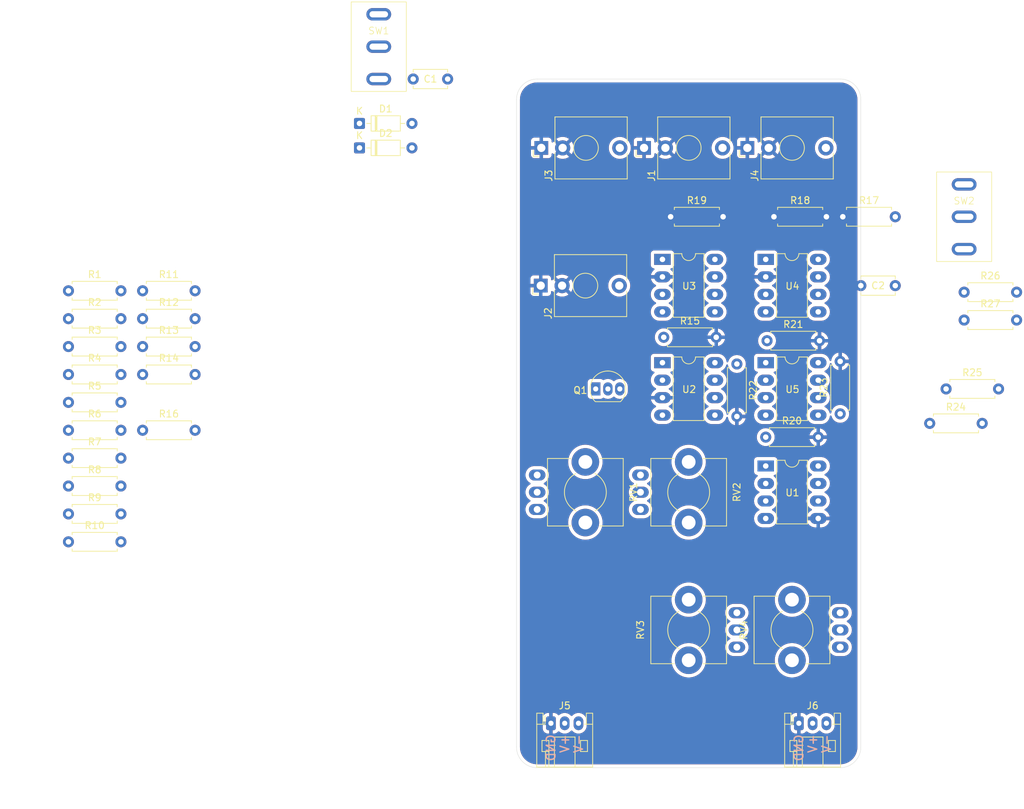
<source format=kicad_pcb>
(kicad_pcb (version 20241229) (generator "pcbnew") (generator_version "9.0")
  (title_block (title "VCF") (date "2025-06-15") (rev "1-0"))
  (layers (0 "F.Cu" signal) (2 "B.Cu" signal) (13 "F.Paste" user) (15 "B.Paste" user) (5 "F.SilkS" user "F.Silkscreen") (7 "B.SilkS" user "B.Silkscreen") (1 "F.Mask" user) (3 "B.Mask" user) (25 "Edge.Cuts" user))
  (net 0 "")
  (net 1 "Net-(U5A-+)")
  (net 2 "Net-(SW1-B)")
  (net 3 "Net-(U5B-+)")
  (net 4 "Net-(C2-Pad1)")
  (net 5 "Net-(D1-K)")
  (net 6 "Net-(D1-A)")
  (net 7 "Net-(D2-A)")
  (net 8 "GND")
  (net 9 "Net-(J1-PadT)")
  (net 10 "Net-(J2-PadT)")
  (net 11 "Net-(J3-PadT)")
  (net 12 "Net-(SW2-B)")
  (net 13 "VSS")
  (net 14 "VDD")
  (net 15 "Net-(Q1-C)")
  (net 16 "Net-(Q1-B)")
  (net 17 "Net-(Q1-E)")
  (net 18 "Net-(U1A-+)")
  (net 19 "Net-(U1B--)")
  (net 20 "Net-(R3-Pad1)")
  (net 21 "Net-(R4-Pad1)")
  (net 22 "Net-(R5-Pad2)")
  (net 23 "Net-(R6-Pad2)")
  (net 24 "Net-(R7-Pad2)")
  (net 25 "Net-(R9-Pad1)")
  (net 26 "Net-(U3-+)")
  (net 27 "Net-(R11-Pad2)")
  (net 28 "Net-(U3-Set)")
  (net 29 "Net-(U4-+)")
  (net 30 "Net-(U4-Set)")
  (net 31 "Net-(U5A--)")
  (net 32 "Net-(U5B--)")
  (net 33 "Net-(R24-Pad1)")
  (net 34 "Net-(R25-Pad1)")
  (net 35 "Net-(SW2-A)")
  (net 36 "Net-(SW2-C)")
  (net 37 "Net-(U1A--)")
  (footprint "HackSynth:R_Axial_DIN0207_L6.3mm_D2.5mm_P7.62mm_Horizontal" (layer "F.Cu") (at 70.71 101)
    (property "Reference" "R16" (at 3.81 -2.37 0) (layer "F.SilkS"))
    (property "Value" "110k")
    (pad "1" thru_hole circle (at 0 0) (size 1.6 1.6) (drill 0.8) (layers "*.Cu" "*.Mask") (net 15 "Net-(Q1-C)"))
    (pad "2" thru_hole oval (at 7.62 0) (size 1.6 1.6) (drill 0.8) (layers "*.Cu" "*.Mask") (net 28 "Net-(U3-Set)"))
  )
  (footprint "HackSynth:R_Axial_DIN0207_L6.3mm_D2.5mm_P7.62mm_Horizontal" (layer "F.Cu") (at 161.38 88)
    (property "Reference" "R21" (at 3.81 -2.37 0) (layer "F.SilkS"))
    (property "Value" "100k")
    (pad "1" thru_hole circle (at 0 0) (size 1.6 1.6) (drill 0.8) (layers "*.Cu" "*.Mask") (net 3 "Net-(U5B-+)"))
    (pad "2" thru_hole oval (at 7.62 0) (size 1.6 1.6) (drill 0.8) (layers "*.Cu" "*.Mask") (net 8 "GND"))
  )
  (footprint "HackSynth:R_Axial_DIN0207_L6.3mm_D2.5mm_P7.62mm_Horizontal" (layer "F.Cu") (at 70.71 92.9)
    (property "Reference" "R14" (at 3.81 -2.37 0) (layer "F.SilkS"))
    (property "Value" "47k")
    (pad "1" thru_hole circle (at 0 0) (size 1.6 1.6) (drill 0.8) (layers "*.Cu" "*.Mask") (net 4 "Net-(C2-Pad1)"))
    (pad "2" thru_hole oval (at 7.62 0) (size 1.6 1.6) (drill 0.8) (layers "*.Cu" "*.Mask") (net 26 "Net-(U3-+)"))
  )
  (footprint "HackSynth:Jack_3.5mm" (layer "F.Cu") (at 135.080001 60 -90)
    (property "Reference" "J3" (at 4.03 5.4 90) (layer "F.SilkS"))
    (property "Value" "IN")
    (pad "G" thru_hole rect (at 0 6.48 270) (size 2 2) (drill 1.2) (layers "*.Cu" "*.Mask") (net 8 "GND"))
    (pad "S" thru_hole circle (at 0 3.38 270) (size 2.2 2.2) (drill 1.2) (layers "*.Cu" "*.Mask") (net 8 "GND"))
    (pad "T" thru_hole circle (at 0 -4.919999 270) (size 2.2 2.2) (drill 1.2) (layers "*.Cu" "*.Mask") (net 11 "Net-(J3-PadT)"))
    (zone (net 0) (net_name "") (layer "F.Cu") (connect_pads (clearance 0)) (min_thickness 0.254)
      (keepout (tracks not_allowed) (vias not_allowed) (pads not_allowed) (copperpour not_allowed) (footprints not_allowed))
      (fill (thermal_gap 0.508) (thermal_bridge_width 0.508))
      (polygon (pts (xy 135.080001 58.49486) (xy 134.834172 58.51507) (xy 134.594946 58.575159) (xy 134.368745 58.673514) (xy 134.161645 58.807492) (xy 133.979211 58.973496) (xy 133.826337 59.167068) (xy 133.707132 59.383008) (xy 133.624795 59.615518) (xy 133.58154 59.858354) (xy 133.578526 60.104993) (xy 133.615836 60.348813) (xy 133.692467 60.583266) (xy 133.806361 60.802054) (xy 133.95446 60.999303) (xy 134.132785 61.169714) (xy 134.336549 61.308712) (xy 134.560279 61.412565) (xy 134.797966 61.478481) (xy 135.043227 61.504692) (xy 135.289476 61.490493) (xy 135.5301 61.436265) (xy 135.758635 61.343468) (xy 135.968946 61.214589) (xy 136.155382 61.053092) (xy 136.31294 60.863313) (xy 136.437386 60.65035) (xy 136.525378 60.419921) (xy 136.574555 60.178215) (xy 136.583593 59.931722) (xy 136.552251 59.687064) (xy 136.481371 59.450809) (xy 136.372857 59.229303) (xy 136.229622 59.028495) (xy 136.055513 58.853777) (xy 135.855206 58.709842) (xy 135.63408 58.600555) (xy 135.398075 58.528851) (xy 135.153527 58.496656)))
    )
  )
  (footprint "HackSynth:JST_PH_S3B-PH-K_1x03_P2.00mm_Horizontal" (layer "F.Cu") (at 166 143.55)
    (property "Reference" "J6" (at 2 -2.55 0) (layer "F.SilkS"))
    (property "Value" "Conn_01x03")
    (fp_text user "-V" (at 4 1.5 90) (layer "B.SilkS") (effects (font (size 1.27 1.27) (thickness 0.2)) (justify left mirror)))
    (fp_text user "GND" (at 0 1.5 90) (layer "B.SilkS") (effects (font (size 1.27 1.27) (thickness 0.2)) (justify left mirror)))
    (fp_text user "+V" (at 2 1.5 90) (layer "B.SilkS") (effects (font (size 1.27 1.27) (thickness 0.2)) (justify left mirror)))
    (pad "1" thru_hole roundrect (at 0 0) (size 1.4 2) (drill 0.75) (layers "*.Cu" "*.Mask") (roundrect_rratio 0.208333) (net 8 "GND"))
    (pad "2" thru_hole oval (at 2 0) (size 1.4 2) (drill 0.75) (layers "*.Cu" "*.Mask") (net 14 "VDD"))
    (pad "3" thru_hole oval (at 4 0) (size 1.4 2) (drill 0.75) (layers "*.Cu" "*.Mask") (net 13 "VSS"))
  )
  (footprint "HackSynth:R_Axial_DIN0207_L6.3mm_D2.5mm_P7.62mm_Horizontal" (layer "F.Cu") (at 161.19 102)
    (property "Reference" "R20" (at 3.81 -2.37 0) (layer "F.SilkS"))
    (property "Value" "100k")
    (pad "1" thru_hole circle (at 0 0) (size 1.6 1.6) (drill 0.8) (layers "*.Cu" "*.Mask") (net 1 "Net-(U5A-+)"))
    (pad "2" thru_hole oval (at 7.62 0) (size 1.6 1.6) (drill 0.8) (layers "*.Cu" "*.Mask") (net 8 "GND"))
  )
  (footprint "HackSynth:R_Axial_DIN0207_L6.3mm_D2.5mm_P7.62mm_Horizontal" (layer "F.Cu") (at 70.71 84.8)
    (property "Reference" "R12" (at 3.81 -2.37 0) (layer "F.SilkS"))
    (property "Value" "470R")
    (pad "1" thru_hole circle (at 0 0) (size 1.6 1.6) (drill 0.8) (layers "*.Cu" "*.Mask") (net 6 "Net-(D1-A)"))
    (pad "2" thru_hole oval (at 7.62 0) (size 1.6 1.6) (drill 0.8) (layers "*.Cu" "*.Mask") (net 27 "Net-(R11-Pad2)"))
  )
  (footprint "HackSynth:DIP-8_W7.62mm_LongPads" (layer "F.Cu") (at 150 80)
    (property "Reference" "U3" (at 0.065 0.07 0) (layer "F.SilkS"))
    (property "Value" "UA776")
    (pad "1" thru_hole rect (at -3.81 -3.81) (size 2.4 1.6) (drill 0.8) (layers "*.Cu" "*.Mask"))
    (pad "2" thru_hole oval (at -3.81 -1.27) (size 2.4 1.6) (drill 0.8) (layers "*.Cu" "*.Mask") (net 8 "GND"))
    (pad "3" thru_hole oval (at -3.81 1.27) (size 2.4 1.6) (drill 0.8) (layers "*.Cu" "*.Mask") (net 26 "Net-(U3-+)"))
    (pad "4" thru_hole oval (at -3.81 3.81) (size 2.4 1.6) (drill 0.8) (layers "*.Cu" "*.Mask") (net 13 "VSS"))
    (pad "5" thru_hole oval (at 3.81 3.81) (size 2.4 1.6) (drill 0.8) (layers "*.Cu" "*.Mask"))
    (pad "6" thru_hole oval (at 3.81 1.27) (size 2.4 1.6) (drill 0.8) (layers "*.Cu" "*.Mask") (net 2 "Net-(SW1-B)"))
    (pad "7" thru_hole oval (at 3.81 -1.27) (size 2.4 1.6) (drill 0.8) (layers "*.Cu" "*.Mask") (net 14 "VDD"))
    (pad "8" thru_hole oval (at 3.81 -3.81) (size 2.4 1.6) (drill 0.8) (layers "*.Cu" "*.Mask") (net 28 "Net-(U3-Set)"))
  )
  (footprint "HackSynth:Potentiometer_Alps_RK09K_Horizontal" (layer "F.Cu") (at 165 130 90)
    (property "Reference" "RV4" (at 0 -6.999999 90) (layer "F.SilkS"))
    (property "Value" "RES 100K")
    (pad "" np_thru_hole circle (at -4.4 0 180) (size 4 4) (drill 2) (layers "*.Cu" "*.Mask"))
    (pad "" np_thru_hole circle (at 4.4 0 180) (size 4 4) (drill 2) (layers "*.Cu" "*.Mask"))
    (pad "1" thru_hole oval (at 2.500001 7 180) (size 2.4 1.6) (drill 1) (layers "*.Cu" "*.Mask") (net 2 "Net-(SW1-B)"))
    (pad "2" thru_hole oval (at 0 6.999999 180) (size 2.4 1.6) (drill 1) (layers "*.Cu" "*.Mask") (net 27 "Net-(R11-Pad2)"))
    (pad "3" thru_hole oval (at -2.500001 7 180) (size 2.4 1.6) (drill 1) (layers "*.Cu" "*.Mask") (net 25 "Net-(R9-Pad1)"))
  )
  (footprint "HackSynth:D_DO-35_SOD27_P7.62mm_Horizontal" (layer "F.Cu") (at 102.2 60)
    (property "Reference" "D2" (at 3.81 -2.12 0) (layer "F.SilkS"))
    (property "Value" "1N4148")
    (fp_text user "K" (at 0 -1.8 0) (layer "F.SilkS"))
    (pad "1" thru_hole roundrect (at 0 0) (size 1.6 1.6) (drill 0.8) (layers "*.Cu" "*.Mask") (roundrect_rratio 0.15625) (net 6 "Net-(D1-A)"))
    (pad "2" thru_hole circle (at 7.62 0) (size 1.6 1.6) (drill 0.8) (layers "*.Cu" "*.Mask") (net 7 "Net-(D2-A)"))
  )
  (footprint "HackSynth:R_Axial_DIN0207_L6.3mm_D2.5mm_P7.62mm_Horizontal" (layer "F.Cu") (at 59.94 105.05)
    (property "Reference" "R7" (at 3.81 -2.37 0) (layer "F.SilkS"))
    (property "Value" "470k")
    (pad "1" thru_hole circle (at 0 0) (size 1.6 1.6) (drill 0.8) (layers "*.Cu" "*.Mask") (net 16 "Net-(Q1-B)"))
    (pad "2" thru_hole oval (at 7.62 0) (size 1.6 1.6) (drill 0.8) (layers "*.Cu" "*.Mask") (net 24 "Net-(R7-Pad2)"))
  )
  (footprint "HackSynth:Switch SPDT - MTS-102" (layer "F.Cu") (at 105 45.3)
    (property "Reference" "SW1" (at 0 -2.3 0) (layer "F.SilkS") (effects (font (thickness 0.1))))
    (property "Value" "SW_SPDT" (hide yes))
    (pad "1" thru_hole oval (at 0 -4.7) (size 3.6 1.8) (drill oval 2.7 0.9) (layers "*.Cu" "*.Mask") (net 5 "Net-(D1-K)"))
    (pad "2" thru_hole oval (at 0 0) (size 3.6 1.8) (drill oval 2.7 0.9) (layers "*.Cu" "*.Mask") (net 2 "Net-(SW1-B)"))
    (pad "3" thru_hole oval (at 0 4.7) (size 3.6 1.8) (drill oval 2.7 0.9) (layers "*.Cu" "*.Mask") (net 7 "Net-(D2-A)"))
  )
  (footprint "HackSynth:Module 50x100mm" (layer "F.Cu") (at 150 100)
    (property "Reference" "REF**" (hide yes))
    (property "Value" "Untitled" (hide yes))
    (fp_line (start -24.999999 -47) (end -25 47) (stroke (width 0.05)) (layer "Edge.Cuts"))
    (fp_line (start -21.999999 49.999999) (end 22 50) (stroke (width 0.05)) (layer "Edge.Cuts"))
    (fp_line (start 22 -50) (end -21.999999 -50) (stroke (width 0.05)) (layer "Edge.Cuts"))
    (fp_line (start 25 47) (end 25 -47) (stroke (width 0.05)) (layer "Edge.Cuts"))
    (fp_arc (start -25 -47) (mid -24.12132 -49.12132) (end -22 -50) (stroke (width 0.05)) (layer "Edge.Cuts"))
    (fp_arc (start -22 50) (mid -24.12132 49.12132) (end -25 47) (stroke (width 0.05)) (layer "Edge.Cuts"))
    (fp_arc (start 22 -50) (mid 24.12132 -49.12132) (end 25 -47) (stroke (width 0.05)) (layer "Edge.Cuts"))
    (fp_arc (start 25 47) (mid 24.12132 49.12132) (end 22 50) (stroke (width 0.05)) (layer "Edge.Cuts"))
  )
  (footprint "HackSynth:Potentiometer_Alps_RK09K_Horizontal" (layer "F.Cu") (at 150 130 90)
    (property "Reference" "RV3" (at 0 -6.999999 90) (layer "F.SilkS"))
    (property "Value" "FREQ 100k")
    (pad "" np_thru_hole circle (at -4.4 0 180) (size 4 4) (drill 2) (layers "*.Cu" "*.Mask"))
    (pad "" np_thru_hole circle (at 4.4 0 180) (size 4 4) (drill 2) (layers "*.Cu" "*.Mask"))
    (pad "1" thru_hole oval (at 2.500001 7 180) (size 2.4 1.6) (drill 1) (layers "*.Cu" "*.Mask") (net 21 "Net-(R4-Pad1)"))
    (pad "2" thru_hole oval (at 0 6.999999 180) (size 2.4 1.6) (drill 1) (layers "*.Cu" "*.Mask") (net 24 "Net-(R7-Pad2)"))
    (pad "3" thru_hole oval (at -2.500001 7 180) (size 2.4 1.6) (drill 1) (layers "*.Cu" "*.Mask") (net 14 "VDD"))
  )
  (footprint "HackSynth:Potentiometer_Alps_RK09K_Horizontal" (layer "F.Cu") (at 150 110 -90)
    (property "Reference" "RV2" (at 0 -6.999999 90) (layer "F.SilkS"))
    (property "Value" "FM 100k")
    (pad "" np_thru_hole circle (at -4.4 0) (size 4 4) (drill 2) (layers "*.Cu" "*.Mask"))
    (pad "" np_thru_hole circle (at 4.4 0) (size 4 4) (drill 2) (layers "*.Cu" "*.Mask"))
    (pad "1" thru_hole oval (at 2.500001 7) (size 2.4 1.6) (drill 1) (layers "*.Cu" "*.Mask") (net 20 "Net-(R3-Pad1)"))
    (pad "2" thru_hole oval (at 0 6.999999) (size 2.4 1.6) (drill 1) (layers "*.Cu" "*.Mask") (net 23 "Net-(R6-Pad2)"))
    (pad "3" thru_hole oval (at -2.500001 7) (size 2.4 1.6) (drill 1) (layers "*.Cu" "*.Mask") (net 37 "Net-(U1A--)"))
  )
  (footprint "HackSynth:JST_PH_S3B-PH-K_1x03_P2.00mm_Horizontal" (layer "F.Cu") (at 130 143.55)
    (property "Reference" "J5" (at 2 -2.55 0) (layer "F.SilkS"))
    (property "Value" "Conn_01x03")
    (fp_text user "+V" (at 2 1.5 90) (layer "B.SilkS") (effects (font (size 1.27 1.27) (thickness 0.2)) (justify left mirror)))
    (fp_text user "GND" (at 0 1.5 90) (layer "B.SilkS") (effects (font (size 1.27 1.27) (thickness 0.2)) (justify left mirror)))
    (fp_text user "-V" (at 4 1.5 90) (layer "B.SilkS") (effects (font (size 1.27 1.27) (thickness 0.2)) (justify left mirror)))
    (pad "1" thru_hole roundrect (at 0 0) (size 1.4 2) (drill 0.75) (layers "*.Cu" "*.Mask") (roundrect_rratio 0.208333) (net 8 "GND"))
    (pad "2" thru_hole oval (at 2 0) (size 1.4 2) (drill 0.75) (layers "*.Cu" "*.Mask") (net 14 "VDD"))
    (pad "3" thru_hole oval (at 4 0) (size 1.4 2) (drill 0.75) (layers "*.Cu" "*.Mask") (net 13 "VSS"))
  )
  (footprint "HackSynth:Jack_3.5mm" (layer "F.Cu") (at 150 60 -90)
    (property "Reference" "J1" (at 4.03 5.4 90) (layer "F.SilkS"))
    (property "Value" "FM")
    (pad "G" thru_hole rect (at 0 6.48 270) (size 2 2) (drill 1.2) (layers "*.Cu" "*.Mask") (net 8 "GND"))
    (pad "S" thru_hole circle (at 0 3.38 270) (size 2.2 2.2) (drill 1.2) (layers "*.Cu" "*.Mask") (net 8 "GND"))
    (pad "T" thru_hole circle (at 0 -4.919999 270) (size 2.2 2.2) (drill 1.2) (layers "*.Cu" "*.Mask") (net 9 "Net-(J1-PadT)"))
    (zone (net 0) (net_name "") (layer "F.Cu") (connect_pads (clearance 0)) (min_thickness 0.254)
      (keepout (tracks not_allowed) (vias not_allowed) (pads not_allowed) (copperpour not_allowed) (footprints not_allowed))
      (fill (thermal_gap 0.508) (thermal_bridge_width 0.508))
      (polygon (pts (xy 150 58.49486) (xy 149.754171 58.51507) (xy 149.514945 58.575159) (xy 149.288744 58.673514) (xy 149.081644 58.807492) (xy 148.89921 58.973496) (xy 148.746336 59.167068) (xy 148.627131 59.383008) (xy 148.544794 59.615518) (xy 148.501539 59.858354) (xy 148.498525 60.104993) (xy 148.535835 60.348813) (xy 148.612466 60.583266) (xy 148.72636 60.802054) (xy 148.874459 60.999303) (xy 149.052784 61.169714) (xy 149.256548 61.308712) (xy 149.480278 61.412565) (xy 149.717965 61.478481) (xy 149.963226 61.504692) (xy 150.209475 61.490493) (xy 150.450099 61.436265) (xy 150.678634 61.343468) (xy 150.888945 61.214589) (xy 151.075381 61.053092) (xy 151.232939 60.863313) (xy 151.357385 60.65035) (xy 151.445377 60.419921) (xy 151.494554 60.178215) (xy 151.503592 59.931722) (xy 151.47225 59.687064) (xy 151.40137 59.450809) (xy 151.292856 59.229303) (xy 151.149621 59.028495) (xy 150.975512 58.853777) (xy 150.775205 58.709842) (xy 150.554079 58.600555) (xy 150.318074 58.528851) (xy 150.073526 58.496656)))
    )
  )
  (footprint "HackSynth:Potentiometer_Alps_RK09K_Horizontal" (layer "F.Cu") (at 135 110 -90)
    (property "Reference" "RV1" (at 0 -6.999999 90) (layer "F.SilkS"))
    (property "Value" "100k")
    (pad "" np_thru_hole circle (at -4.4 0) (size 4 4) (drill 2) (layers "*.Cu" "*.Mask"))
    (pad "" np_thru_hole circle (at 4.4 0) (size 4 4) (drill 2) (layers "*.Cu" "*.Mask"))
    (pad "1" thru_hole oval (at 2.500001 7) (size 2.4 1.6) (drill 1) (layers "*.Cu" "*.Mask") (net 22 "Net-(R5-Pad2)"))
    (pad "2" thru_hole oval (at 0 6.999999) (size 2.4 1.6) (drill 1) (layers "*.Cu" "*.Mask") (net 10 "Net-(J2-PadT)"))
    (pad "3" thru_hole oval (at -2.500001 7) (size 2.4 1.6) (drill 1) (layers "*.Cu" "*.Mask") (net 10 "Net-(J2-PadT)"))
  )
  (footprint "HackSynth:R_Axial_DIN0207_L6.3mm_D2.5mm_P7.62mm_Horizontal" (layer "F.Cu") (at 185 100)
    (property "Reference" "R24" (at 3.81 -2.37 0) (layer "F.SilkS"))
    (property "Value" "100k")
    (pad "1" thru_hole circle (at 0 0) (size 1.6 1.6) (drill 0.8) (layers "*.Cu" "*.Mask") (net 33 "Net-(R24-Pad1)"))
    (pad "2" thru_hole oval (at 7.62 0) (size 1.6 1.6) (drill 0.8) (layers "*.Cu" "*.Mask") (net 31 "Net-(U5A--)"))
  )
  (footprint "HackSynth:C_Ceramic_D4.5mm_P5.00mm" (layer "F.Cu") (at 110 50)
    (property "Reference" "C1" (at 2.5 0.000001 0) (layer "F.SilkS"))
    (property "Value" "1uF")
    (pad "1" thru_hole circle (at 0 0) (size 1.6 1.6) (drill 0.8) (layers "*.Cu" "*.Mask") (net 2 "Net-(SW1-B)"))
    (pad "2" thru_hole circle (at 5 0) (size 1.6 1.6) (drill 0.8) (layers "*.Cu" "*.Mask") (net 1 "Net-(U5A-+)"))
  )
  (footprint "HackSynth:R_Axial_DIN0207_L6.3mm_D2.5mm_P7.62mm_Horizontal" (layer "F.Cu") (at 157 91.38 -90)
    (property "Reference" "R22" (at 3.81 -2.37 90) (layer "F.SilkS"))
    (property "Value" "10k")
    (pad "1" thru_hole circle (at 0 0 270) (size 1.6 1.6) (drill 0.8) (layers "*.Cu" "*.Mask") (net 31 "Net-(U5A--)"))
    (pad "2" thru_hole oval (at 7.62 0 270) (size 1.6 1.6) (drill 0.8) (layers "*.Cu" "*.Mask") (net 8 "GND"))
  )
  (footprint "HackSynth:Switch SPDT - MTS-102" (layer "F.Cu") (at 190 70)
    (property "Reference" "SW2" (at 0 -2.3 0) (layer "F.SilkS") (effects (font (thickness 0.1))))
    (property "Value" "SW_SPDT" (hide yes))
    (pad "1" thru_hole oval (at 0 -4.7) (size 3.6 1.8) (drill oval 2.7 0.9) (layers "*.Cu" "*.Mask") (net 35 "Net-(SW2-A)"))
    (pad "2" thru_hole oval (at 0 0) (size 3.6 1.8) (drill oval 2.7 0.9) (layers "*.Cu" "*.Mask") (net 12 "Net-(SW2-B)"))
    (pad "3" thru_hole oval (at 0 4.7) (size 3.6 1.8) (drill oval 2.7 0.9) (layers "*.Cu" "*.Mask") (net 36 "Net-(SW2-C)"))
  )
  (footprint "HackSynth:R_Axial_DIN0207_L6.3mm_D2.5mm_P7.62mm_Horizontal" (layer "F.Cu") (at 70.71 88.85)
    (property "Reference" "R13" (at 3.81 -2.37 0) (layer "F.SilkS"))
    (property "Value" "3k")
    (pad "1" thru_hole circle (at 0 0) (size 1.6 1.6) (drill 0.8) (layers "*.Cu" "*.Mask") (net 16 "Net-(Q1-B)"))
    (pad "2" thru_hole oval (at 7.62 0) (size 1.6 1.6) (drill 0.8) (layers "*.Cu" "*.Mask") (net 17 "Net-(Q1-E)"))
  )
  (footprint "HackSynth:R_Axial_DIN0207_L6.3mm_D2.5mm_P7.62mm_Horizontal" (layer "F.Cu") (at 59.94 101)
    (property "Reference" "R6" (at 3.81 -2.37 0) (layer "F.SilkS"))
    (property "Value" "100k")
    (pad "1" thru_hole circle (at 0 0) (size 1.6 1.6) (drill 0.8) (layers "*.Cu" "*.Mask") (net 16 "Net-(Q1-B)"))
    (pad "2" thru_hole oval (at 7.62 0) (size 1.6 1.6) (drill 0.8) (layers "*.Cu" "*.Mask") (net 23 "Net-(R6-Pad2)"))
  )
  (footprint "HackSynth:R_Axial_DIN0207_L6.3mm_D2.5mm_P7.62mm_Horizontal" (layer "F.Cu") (at 59.94 117.2)
    (property "Reference" "R10" (at 3.81 -2.37 0) (layer "F.SilkS"))
    (property "Value" "470k")
    (pad "1" thru_hole circle (at 0 0) (size 1.6 1.6) (drill 0.8) (layers "*.Cu" "*.Mask") (net 26 "Net-(U3-+)"))
    (pad "2" thru_hole oval (at 7.62 0) (size 1.6 1.6) (drill 0.8) (layers "*.Cu" "*.Mask") (net 11 "Net-(J3-PadT)"))
  )
  (footprint "HackSynth:R_Axial_DIN0207_L6.3mm_D2.5mm_P7.62mm_Horizontal" (layer "F.Cu") (at 147.38 70)
    (property "Reference" "R19" (at 3.81 -2.37 0) (layer "F.SilkS"))
    (property "Value" "110k")
    (pad "1" thru_hole circle (at 0 0) (size 1.6 1.6) (drill 0.8) (layers "*.Cu" "*.Mask") (net 15 "Net-(Q1-C)"))
    (pad "2" thru_hole oval (at 7.62 0) (size 1.6 1.6) (drill 0.8) (layers "*.Cu" "*.Mask") (net 30 "Net-(U4-Set)"))
  )
  (footprint "HackSynth:R_Axial_DIN0207_L6.3mm_D2.5mm_P7.62mm_Horizontal" (layer "F.Cu") (at 190 80.95)
    (property "Reference" "R26" (at 3.81 -2.37 0) (layer "F.SilkS"))
    (property "Value" "1k")
    (pad "1" thru_hole circle (at 0 0) (size 1.6 1.6) (drill 0.8) (layers "*.Cu" "*.Mask") (net 33 "Net-(R24-Pad1)"))
    (pad "2" thru_hole oval (at 7.62 0) (size 1.6 1.6) (drill 0.8) (layers "*.Cu" "*.Mask") (net 35 "Net-(SW2-A)"))
  )
  (footprint "HackSynth:R_Axial_DIN0207_L6.3mm_D2.5mm_P7.62mm_Horizontal" (layer "F.Cu") (at 59.94 109.1)
    (property "Reference" "R8" (at 3.81 -2.37 0) (layer "F.SilkS"))
    (property "Value" "470k")
    (pad "1" thru_hole circle (at 0 0) (size 1.6 1.6) (drill 0.8) (layers "*.Cu" "*.Mask") (net 14 "VDD"))
    (pad "2" thru_hole oval (at 7.62 0) (size 1.6 1.6) (drill 0.8) (layers "*.Cu" "*.Mask") (net 16 "Net-(Q1-B)"))
  )
  (footprint "HackSynth:DIP-8_W7.62mm_LongPads" (layer "F.Cu") (at 165 95)
    (property "Reference" "U5" (at 0.065 0.07 0) (layer "F.SilkS"))
    (property "Value" "TL072")
    (pad "1" thru_hole rect (at -3.81 -3.81) (size 2.4 1.6) (drill 0.8) (layers "*.Cu" "*.Mask") (net 33 "Net-(R24-Pad1)"))
    (pad "2" thru_hole oval (at -3.81 -1.27) (size 2.4 1.6) (drill 0.8) (layers "*.Cu" "*.Mask") (net 31 "Net-(U5A--)"))
    (pad "3" thru_hole oval (at -3.81 1.27) (size 2.4 1.6) (drill 0.8) (layers "*.Cu" "*.Mask") (net 1 "Net-(U5A-+)"))
    (pad "4" thru_hole oval (at -3.81 3.81) (size 2.4 1.6) (drill 0.8) (layers "*.Cu" "*.Mask") (net 13 "VSS"))
    (pad "5" thru_hole oval (at 3.81 3.81) (size 2.4 1.6) (drill 0.8) (layers "*.Cu" "*.Mask") (net 3 "Net-(U5B-+)"))
    (pad "6" thru_hole oval (at 3.81 1.27) (size 2.4 1.6) (drill 0.8) (layers "*.Cu" "*.Mask") (net 32 "Net-(U5B--)"))
    (pad "7" thru_hole oval (at 3.81 -1.27) (size 2.4 1.6) (drill 0.8) (layers "*.Cu" "*.Mask") (net 34 "Net-(R25-Pad1)"))
    (pad "8" thru_hole oval (at 3.81 -3.81) (size 2.4 1.6) (drill 0.8) (layers "*.Cu" "*.Mask") (net 14 "VDD"))
  )
  (footprint "HackSynth:R_Axial_DIN0207_L6.3mm_D2.5mm_P7.62mm_Horizontal" (layer "F.Cu") (at 59.94 88.85)
    (property "Reference" "R3" (at 3.81 -2.37 0) (layer "F.SilkS"))
    (property "Value" "100k")
    (pad "1" thru_hole circle (at 0 0) (size 1.6 1.6) (drill 0.8) (layers "*.Cu" "*.Mask") (net 20 "Net-(R3-Pad1)"))
    (pad "2" thru_hole oval (at 7.62 0) (size 1.6 1.6) (drill 0.8) (layers "*.Cu" "*.Mask") (net 19 "Net-(U1B--)"))
  )
  (footprint "HackSynth:R_Axial_DIN0207_L6.3mm_D2.5mm_P7.62mm_Horizontal" (layer "F.Cu") (at 146.38 87.5)
    (property "Reference" "R15" (at 3.81 -2.37 0) (layer "F.SilkS"))
    (property "Value" "1k")
    (pad "1" thru_hole circle (at 0 0) (size 1.6 1.6) (drill 0.8) (layers "*.Cu" "*.Mask") (net 26 "Net-(U3-+)"))
    (pad "2" thru_hole oval (at 7.62 0) (size 1.6 1.6) (drill 0.8) (layers "*.Cu" "*.Mask") (net 8 "GND"))
  )
  (footprint "HackSynth:R_Axial_DIN0207_L6.3mm_D2.5mm_P7.62mm_Horizontal" (layer "F.Cu") (at 162.38 70)
    (property "Reference" "R18" (at 3.81 -2.37 0) (layer "F.SilkS"))
    (property "Value" "1k")
    (pad "1" thru_hole circle (at 0 0) (size 1.6 1.6) (drill 0.8) (layers "*.Cu" "*.Mask") (net 29 "Net-(U4-+)"))
    (pad "2" thru_hole oval (at 7.62 0) (size 1.6 1.6) (drill 0.8) (layers "*.Cu" "*.Mask") (net 8 "GND"))
  )
  (footprint "HackSynth:Jack_3.5mm" (layer "F.Cu") (at 165 60 -90)
    (property "Reference" "J4" (at 4.03 5.4 90) (layer "F.SilkS"))
    (property "Value" "OUT")
    (pad "G" thru_hole rect (at 0 6.48 270) (size 2 2) (drill 1.2) (layers "*.Cu" "*.Mask") (net 8 "GND"))
    (pad "S" thru_hole circle (at 0 3.38 270) (size 2.2 2.2) (drill 1.2) (layers "*.Cu" "*.Mask") (net 8 "GND"))
    (pad "T" thru_hole circle (at 0 -4.919999 270) (size 2.2 2.2) (drill 1.2) (layers "*.Cu" "*.Mask") (net 12 "Net-(SW2-B)"))
    (zone (net 0) (net_name "") (layer "F.Cu") (connect_pads (clearance 0)) (min_thickness 0.254)
      (keepout (tracks not_allowed) (vias not_allowed) (pads not_allowed) (copperpour not_allowed) (footprints not_allowed))
      (fill (thermal_gap 0.508) (thermal_bridge_width 0.508))
      (polygon (pts (xy 165 58.49486) (xy 164.754171 58.51507) (xy 164.514945 58.575159) (xy 164.288744 58.673514) (xy 164.081644 58.807492) (xy 163.89921 58.973496) (xy 163.746336 59.167068) (xy 163.627131 59.383008) (xy 163.544794 59.615518) (xy 163.501539 59.858354) (xy 163.498525 60.104993) (xy 163.535835 60.348813) (xy 163.612466 60.583266) (xy 163.72636 60.802054) (xy 163.874459 60.999303) (xy 164.052784 61.169714) (xy 164.256548 61.308712) (xy 164.480278 61.412565) (xy 164.717965 61.478481) (xy 164.963226 61.504692) (xy 165.209475 61.490493) (xy 165.450099 61.436265) (xy 165.678634 61.343468) (xy 165.888945 61.214589) (xy 166.075381 61.053092) (xy 166.232939 60.863313) (xy 166.357385 60.65035) (xy 166.445377 60.419921) (xy 166.494554 60.178215) (xy 166.503592 59.931722) (xy 166.47225 59.687064) (xy 166.40137 59.450809) (xy 166.292856 59.229303) (xy 166.149621 59.028495) (xy 165.975512 58.853777) (xy 165.775205 58.709842) (xy 165.554079 58.600555) (xy 165.318074 58.528851) (xy 165.073526 58.496656)))
    )
  )
  (footprint "HackSynth:DIP-8_W7.62mm_LongPads" (layer "F.Cu") (at 150 95)
    (property "Reference" "U2" (at 0.065 0.07 0) (layer "F.SilkS"))
    (property "Value" "TL072")
    (pad "1" thru_hole rect (at -3.81 -3.81) (size 2.4 1.6) (drill 0.8) (layers "*.Cu" "*.Mask") (net 17 "Net-(Q1-E)"))
    (pad "2" thru_hole oval (at -3.81 -1.27) (size 2.4 1.6) (drill 0.8) (layers "*.Cu" "*.Mask") (net 16 "Net-(Q1-B)"))
    (pad "3" thru_hole oval (at -3.81 1.27) (size 2.4 1.6) (drill 0.8) (layers "*.Cu" "*.Mask") (net 8 "GND"))
    (pad "4" thru_hole oval (at -3.81 3.81) (size 2.4 1.6) (drill 0.8) (layers "*.Cu" "*.Mask") (net 13 "VSS"))
    (pad "5" thru_hole oval (at 3.81 3.81) (size 2.4 1.6) (drill 0.8) (layers "*.Cu" "*.Mask"))
    (pad "6" thru_hole oval (at 3.81 1.27) (size 2.4 1.6) (drill 0.8) (layers "*.Cu" "*.Mask"))
    (pad "7" thru_hole oval (at 3.81 -1.27) (size 2.4 1.6) (drill 0.8) (layers "*.Cu" "*.Mask"))
    (pad "8" thru_hole oval (at 3.81 -3.81) (size 2.4 1.6) (drill 0.8) (layers "*.Cu" "*.Mask") (net 14 "VDD"))
  )
  (footprint "HackSynth:Jack_3.5mm" (layer "F.Cu") (at 135 80 -90)
    (property "Reference" "J2" (at 4.03 5.4 90) (layer "F.SilkS"))
    (property "Value" "CV")
    (pad "G" thru_hole rect (at 0 6.48 270) (size 2 2) (drill 1.2) (layers "*.Cu" "*.Mask") (net 8 "GND"))
    (pad "S" thru_hole circle (at 0 3.38 270) (size 2.2 2.2) (drill 1.2) (layers "*.Cu" "*.Mask") (net 8 "GND"))
    (pad "T" thru_hole circle (at 0 -4.919999 270) (size 2.2 2.2) (drill 1.2) (layers "*.Cu" "*.Mask") (net 10 "Net-(J2-PadT)"))
    (zone (net 0) (net_name "") (layer "F.Cu") (connect_pads (clearance 0)) (min_thickness 0.254)
      (keepout (tracks not_allowed) (vias not_allowed) (pads not_allowed) (copperpour not_allowed) (footprints not_allowed))
      (fill (thermal_gap 0.508) (thermal_bridge_width 0.508))
      (polygon (pts (xy 135 78.49486) (xy 134.754171 78.51507) (xy 134.514945 78.575159) (xy 134.288744 78.673514) (xy 134.081644 78.807492) (xy 133.89921 78.973496) (xy 133.746336 79.167068) (xy 133.627131 79.383008) (xy 133.544794 79.615518) (xy 133.501539 79.858354) (xy 133.498525 80.104993) (xy 133.535835 80.348813) (xy 133.612466 80.583266) (xy 133.72636 80.802054) (xy 133.874459 80.999303) (xy 134.052784 81.169714) (xy 134.256548 81.308712) (xy 134.480278 81.412565) (xy 134.717965 81.478481) (xy 134.963226 81.504692) (xy 135.209475 81.490493) (xy 135.450099 81.436265) (xy 135.678634 81.343468) (xy 135.888945 81.214589) (xy 136.075381 81.053092) (xy 136.232939 80.863313) (xy 136.357385 80.65035) (xy 136.445377 80.419921) (xy 136.494554 80.178215) (xy 136.503592 79.931722) (xy 136.47225 79.687064) (xy 136.40137 79.450809) (xy 136.292856 79.229303) (xy 136.149621 79.028495) (xy 135.975512 78.853777) (xy 135.775205 78.709842) (xy 135.554079 78.600555) (xy 135.318074 78.528851) (xy 135.073526 78.496656)))
    )
  )
  (footprint "HackSynth:R_Axial_DIN0207_L6.3mm_D2.5mm_P7.62mm_Horizontal" (layer "F.Cu") (at 187.38 95)
    (property "Reference" "R25" (at 3.81 -2.37 0) (layer "F.SilkS"))
    (property "Value" "100k")
    (pad "1" thru_hole circle (at 0 0) (size 1.6 1.6) (drill 0.8) (layers "*.Cu" "*.Mask") (net 34 "Net-(R25-Pad1)"))
    (pad "2" thru_hole oval (at 7.62 0) (size 1.6 1.6) (drill 0.8) (layers "*.Cu" "*.Mask") (net 32 "Net-(U5B--)"))
  )
  (footprint "HackSynth:R_Axial_DIN0207_L6.3mm_D2.5mm_P7.62mm_Horizontal" (layer "F.Cu") (at 59.94 92.9)
    (property "Reference" "R4" (at 3.81 -2.37 0) (layer "F.SilkS"))
    (property "Value" "47k")
    (pad "1" thru_hole circle (at 0 0) (size 1.6 1.6) (drill 0.8) (layers "*.Cu" "*.Mask") (net 21 "Net-(R4-Pad1)"))
    (pad "2" thru_hole oval (at 7.62 0) (size 1.6 1.6) (drill 0.8) (layers "*.Cu" "*.Mask") (net 13 "VSS"))
  )
  (footprint "HackSynth:R_Axial_DIN0207_L6.3mm_D2.5mm_P7.62mm_Horizontal" (layer "F.Cu") (at 172.38 70)
    (property "Reference" "R17" (at 3.81 -2.37 0) (layer "F.SilkS"))
    (property "Value" "47k")
    (pad "1" thru_hole circle (at 0 0) (size 1.6 1.6) (drill 0.8) (layers "*.Cu" "*.Mask") (net 29 "Net-(U4-+)"))
    (pad "2" thru_hole oval (at 7.62 0) (size 1.6 1.6) (drill 0.8) (layers "*.Cu" "*.Mask") (net 2 "Net-(SW1-B)"))
  )
  (footprint "HackSynth:R_Axial_DIN0207_L6.3mm_D2.5mm_P7.62mm_Horizontal" (layer "F.Cu") (at 172 98.62 90)
    (property "Reference" "R23" (at 3.81 -2.37 90) (layer "F.SilkS"))
    (property "Value" "10k")
    (pad "1" thru_hole circle (at 0 0 90) (size 1.6 1.6) (drill 0.8) (layers "*.Cu" "*.Mask") (net 32 "Net-(U5B--)"))
    (pad "2" thru_hole oval (at 7.62 0 90) (size 1.6 1.6) (drill 0.8) (layers "*.Cu" "*.Mask") (net 8 "GND"))
  )
  (footprint "HackSynth:R_Axial_DIN0207_L6.3mm_D2.5mm_P7.62mm_Horizontal" (layer "F.Cu") (at 59.94 80.75)
    (property "Reference" "R1" (at 3.81 -2.37 0) (layer "F.SilkS"))
    (property "Value" "10k")
    (pad "1" thru_hole circle (at 0 0) (size 1.6 1.6) (drill 0.8) (layers "*.Cu" "*.Mask") (net 18 "Net-(U1A-+)"))
    (pad "2" thru_hole oval (at 7.62 0) (size 1.6 1.6) (drill 0.8) (layers "*.Cu" "*.Mask") (net 9 "Net-(J1-PadT)"))
  )
  (footprint "HackSynth:C_Ceramic_D4.5mm_P5.00mm" (layer "F.Cu") (at 175 80)
    (property "Reference" "C2" (at 2.5 0.000001 0) (layer "F.SilkS"))
    (property "Value" "1uF")
    (pad "1" thru_hole circle (at 0 0) (size 1.6 1.6) (drill 0.8) (layers "*.Cu" "*.Mask") (net 4 "Net-(C2-Pad1)"))
    (pad "2" thru_hole circle (at 5 0) (size 1.6 1.6) (drill 0.8) (layers "*.Cu" "*.Mask") (net 3 "Net-(U5B-+)"))
  )
  (footprint "HackSynth:DIP-8_W7.62mm_LongPads" (layer "F.Cu") (at 165 80)
    (property "Reference" "U4" (at 0.065 0.07 0) (layer "F.SilkS"))
    (property "Value" "UA776")
    (pad "1" thru_hole rect (at -3.81 -3.81) (size 2.4 1.6) (drill 0.8) (layers "*.Cu" "*.Mask"))
    (pad "2" thru_hole oval (at -3.81 -1.27) (size 2.4 1.6) (drill 0.8) (layers "*.Cu" "*.Mask") (net 8 "GND"))
    (pad "3" thru_hole oval (at -3.81 1.27) (size 2.4 1.6) (drill 0.8) (layers "*.Cu" "*.Mask") (net 29 "Net-(U4-+)"))
    (pad "4" thru_hole oval (at -3.81 3.81) (size 2.4 1.6) (drill 0.8) (layers "*.Cu" "*.Mask") (net 13 "VSS"))
    (pad "5" thru_hole oval (at 3.81 3.81) (size 2.4 1.6) (drill 0.8) (layers "*.Cu" "*.Mask"))
    (pad "6" thru_hole oval (at 3.81 1.27) (size 2.4 1.6) (drill 0.8) (layers "*.Cu" "*.Mask") (net 4 "Net-(C2-Pad1)"))
    (pad "7" thru_hole oval (at 3.81 -1.27) (size 2.4 1.6) (drill 0.8) (layers "*.Cu" "*.Mask") (net 14 "VDD"))
    (pad "8" thru_hole oval (at 3.81 -3.81) (size 2.4 1.6) (drill 0.8) (layers "*.Cu" "*.Mask") (net 30 "Net-(U4-Set)"))
  )
  (footprint "HackSynth:J172_TO-92_Inline - Handsolder" (layer "F.Cu") (at 137 95)
    (property "Reference" "Q1" (at -2.73 0.2 0) (layer "F.SilkS"))
    (property "Value" "2N3904")
    (pad "1" thru_hole oval (at 3 0) (size 1.35 1.9) (drill 0.75) (layers "*.Cu" "*.Mask") (net 17 "Net-(Q1-E)"))
    (pad "2" thru_hole oval (at 1.27 0) (size 1.35 1.9) (drill 0.75) (layers "*.Cu" "*.Mask") (net 16 "Net-(Q1-B)"))
    (pad "3" thru_hole rect (at -0.5 0) (size 1.35 1.9) (drill 0.75) (layers "*.Cu" "*.Mask") (net 15 "Net-(Q1-C)"))
  )
  (footprint "HackSynth:R_Axial_DIN0207_L6.3mm_D2.5mm_P7.62mm_Horizontal" (layer "F.Cu") (at 59.94 113.15)
    (property "Reference" "R9" (at 3.81 -2.37 0) (layer "F.SilkS"))
    (property "Value" "100R")
    (pad "1" thru_hole circle (at 0 0) (size 1.6 1.6) (drill 0.8) (layers "*.Cu" "*.Mask") (net 25 "Net-(R9-Pad1)"))
    (pad "2" thru_hole oval (at 7.62 0) (size 1.6 1.6) (drill 0.8) (layers "*.Cu" "*.Mask") (net 8 "GND"))
  )
  (footprint "HackSynth:R_Axial_DIN0207_L6.3mm_D2.5mm_P7.62mm_Horizontal" (layer "F.Cu") (at 70.71 80.75)
    (property "Reference" "R11" (at 3.81 -2.37 0) (layer "F.SilkS"))
    (property "Value" "27k")
    (pad "1" thru_hole circle (at 0 0) (size 1.6 1.6) (drill 0.8) (layers "*.Cu" "*.Mask") (net 26 "Net-(U3-+)"))
    (pad "2" thru_hole oval (at 7.62 0) (size 1.6 1.6) (drill 0.8) (layers "*.Cu" "*.Mask") (net 27 "Net-(R11-Pad2)"))
  )
  (footprint "HackSynth:R_Axial_DIN0207_L6.3mm_D2.5mm_P7.62mm_Horizontal" (layer "F.Cu") (at 59.94 96.95)
    (property "Reference" "R5" (at 3.81 -2.37 0) (layer "F.SilkS"))
    (property "Value" "100k")
    (pad "1" thru_hole circle (at 0 0) (size 1.6 1.6) (drill 0.8) (layers "*.Cu" "*.Mask") (net 16 "Net-(Q1-B)"))
    (pad "2" thru_hole oval (at 7.62 0) (size 1.6 1.6) (drill 0.8) (layers "*.Cu" "*.Mask") (net 22 "Net-(R5-Pad2)"))
  )
  (footprint "HackSynth:R_Axial_DIN0207_L6.3mm_D2.5mm_P7.62mm_Horizontal" (layer "F.Cu") (at 190 85)
    (property "Reference" "R27" (at 3.81 -2.37 0) (layer "F.SilkS"))
    (property "Value" "1k")
    (pad "1" thru_hole circle (at 0 0) (size 1.6 1.6) (drill 0.8) (layers "*.Cu" "*.Mask") (net 34 "Net-(R25-Pad1)"))
    (pad "2" thru_hole oval (at 7.62 0) (size 1.6 1.6) (drill 0.8) (layers "*.Cu" "*.Mask") (net 36 "Net-(SW2-C)"))
  )
  (footprint "HackSynth:D_DO-35_SOD27_P7.62mm_Horizontal" (layer "F.Cu") (at 102.2 56.45)
    (property "Reference" "D1" (at 3.81 -2.12 0) (layer "F.SilkS"))
    (property "Value" "1N4148")
    (fp_text user "K" (at 0 -1.8 0) (layer "F.SilkS"))
    (pad "1" thru_hole roundrect (at 0 0) (size 1.6 1.6) (drill 0.8) (layers "*.Cu" "*.Mask") (roundrect_rratio 0.15625) (net 5 "Net-(D1-K)"))
    (pad "2" thru_hole circle (at 7.62 0) (size 1.6 1.6) (drill 0.8) (layers "*.Cu" "*.Mask") (net 6 "Net-(D1-A)"))
  )
  (footprint "HackSynth:DIP-8_W7.62mm_LongPads" (layer "F.Cu") (at 165 110)
    (property "Reference" "U1" (at 0.065 0.07 0) (layer "F.SilkS"))
    (property "Value" "TL072")
    (pad "1" thru_hole rect (at -3.81 -3.81) (size 2.4 1.6) (drill 0.8) (layers "*.Cu" "*.Mask") (net 37 "Net-(U1A--)"))
    (pad "2" thru_hole oval (at -3.81 -1.27) (size 2.4 1.6) (drill 0.8) (layers "*.Cu" "*.Mask") (net 37 "Net-(U1A--)"))
    (pad "3" thru_hole oval (at -3.81 1.27) (size 2.4 1.6) (drill 0.8) (layers "*.Cu" "*.Mask") (net 18 "Net-(U1A-+)"))
    (pad "4" thru_hole oval (at -3.81 3.81) (size 2.4 1.6) (drill 0.8) (layers "*.Cu" "*.Mask") (net 13 "VSS"))
    (pad "5" thru_hole oval (at 3.81 3.81) (size 2.4 1.6) (drill 0.8) (layers "*.Cu" "*.Mask") (net 8 "GND"))
    (pad "6" thru_hole oval (at 3.81 1.27) (size 2.4 1.6) (drill 0.8) (layers "*.Cu" "*.Mask") (net 19 "Net-(U1B--)"))
    (pad "7" thru_hole oval (at 3.81 -1.27) (size 2.4 1.6) (drill 0.8) (layers "*.Cu" "*.Mask") (net 20 "Net-(R3-Pad1)"))
    (pad "8" thru_hole oval (at 3.81 -3.81) (size 2.4 1.6) (drill 0.8) (layers "*.Cu" "*.Mask") (net 14 "VDD"))
  )
  (footprint "HackSynth:R_Axial_DIN0207_L6.3mm_D2.5mm_P7.62mm_Horizontal" (layer "F.Cu") (at 59.94 84.8)
    (property "Reference" "R2" (at 3.81 -2.37 0) (layer "F.SilkS"))
    (property "Value" "100k")
    (pad "1" thru_hole circle (at 0 0) (size 1.6 1.6) (drill 0.8) (layers "*.Cu" "*.Mask") (net 19 "Net-(U1B--)"))
    (pad "2" thru_hole oval (at 7.62 0) (size 1.6 1.6) (drill 0.8) (layers "*.Cu" "*.Mask") (net 9 "Net-(J1-PadT)"))
  )
  (zone (net 8) (net_name "GND") (layer "F.Cu") (connect_pads (clearance 0.5)) (min_thickness 0.25) (fill yes (thermal_gap 0.5) (thermal_bridge_width 0.5))
    (polygon (pts (xy 50 45) (xy 180 45) (xy 180 155) (xy 50 155)))
  )
  (zone (net 8) (net_name "GND") (layer "B.Cu") (priority 1) (connect_pads (clearance 0.5)) (min_thickness 0.25) (fill yes (thermal_gap 0.5) (thermal_bridge_width 0.5))
    (polygon (pts (xy 51 46) (xy 181 46) (xy 181 156) (xy 51 156)))
  )
)
</source>
